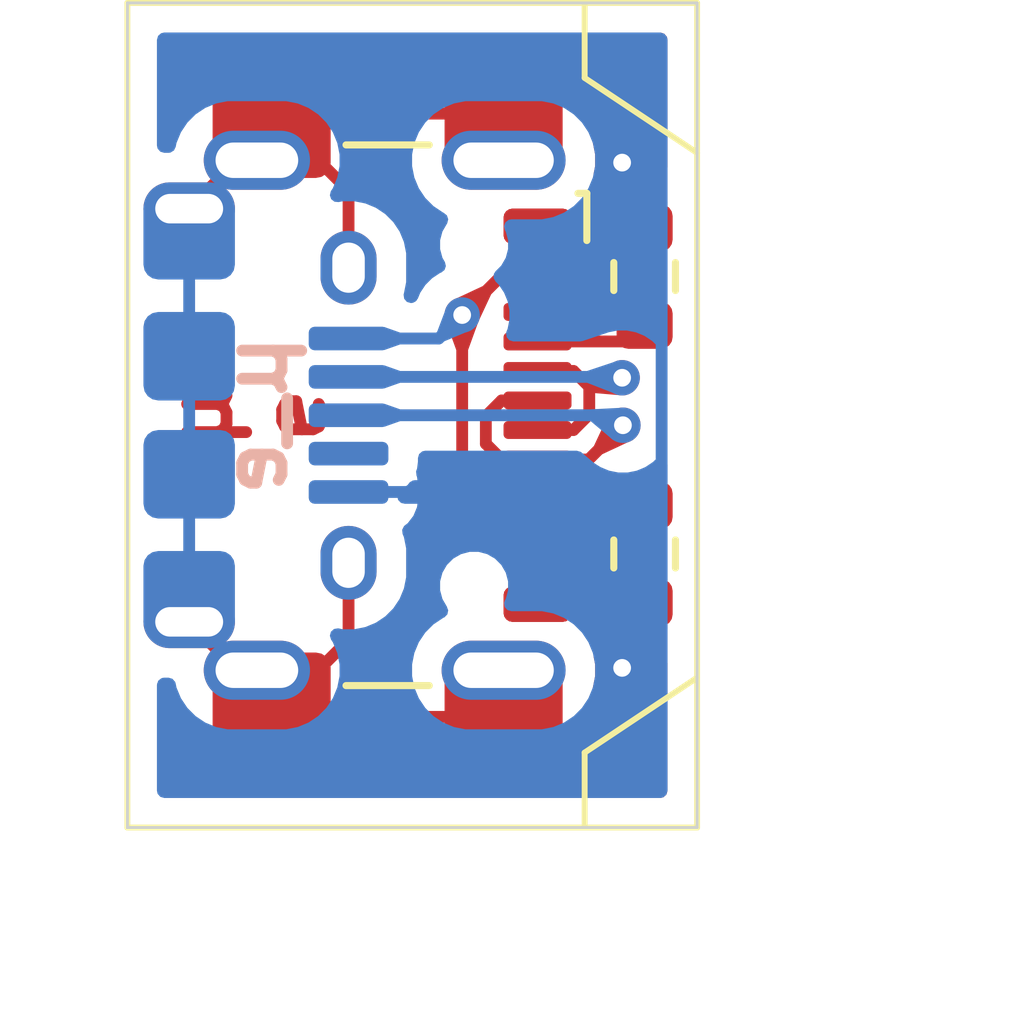
<source format=kicad_pcb>
(kicad_pcb (version 20241229) (generator "pcbnew") (generator_version "9.0")
  (layers (0 "F.Cu" signal) (2 "B.Cu" signal) (13 "F.Paste" user) (15 "B.Paste" user) (5 "F.SilkS" user "F.Silkscreen") (7 "B.SilkS" user "B.Silkscreen") (1 "F.Mask" user) (3 "B.Mask" user) (25 "Edge.Cuts" user))
  (net 0 "")
  (net 1 "/D+")
  (net 2 "/VBUS")
  (net 3 "GND")
  (net 4 "/D-")
  (net 6 "/Shield")
  (net 8 "/CC1")
  (net 9 "/CC2")
  (footprint "Resistor_SMD:R_0603_1608Metric" (layer "F.Cu") (at 96.266 53.15 -90)
    (property "Reference" "R2" (hide yes))
    (property "Value" "5K1")
    (fp_line (start -0.237258 0.5225) (end 0.237258 0.5225) (stroke (width 0.12)) (layer "F.SilkS"))
    (fp_line (start -0.237258 -0.5225) (end 0.237258 -0.5225) (stroke (width 0.12)) (layer "F.SilkS"))
    (pad "1" smd roundrect (at -0.825 0 270) (size 0.8 0.95) (layers "F.Cu" "F.Mask" "F.Paste") (net 9 "/CC2"))
    (pad "2" smd roundrect (at 0.825 0 270) (size 0.8 0.95) (layers "F.Cu" "F.Mask" "F.Paste") (net 3 "GND"))
  )
  (footprint "Resistor_SMD:R_0603_1608Metric" (layer "F.Cu") (at 96.266 48.45 90)
    (property "Reference" "R1" (hide yes))
    (property "Value" "5K1")
    (fp_line (start -0.237258 -0.5225) (end 0.237258 -0.5225) (stroke (width 0.12)) (layer "F.SilkS"))
    (fp_line (start -0.237258 0.5225) (end 0.237258 0.5225) (stroke (width 0.12)) (layer "F.SilkS"))
    (pad "1" smd roundrect (at -0.825 0 90) (size 0.8 0.95) (layers "F.Cu" "F.Mask" "F.Paste") (net 8 "/CC1"))
    (pad "2" smd roundrect (at 0.825 0 90) (size 0.8 0.95) (layers "F.Cu" "F.Mask" "F.Paste") (net 3 "GND"))
  )
  (footprint "Connector_USB:USB_C_Receptacle_GCT_USB4105-xx-A_16P_TopMnt_Horizontal" (layer "F.Cu") (at 90.772 50.8 -90)
    (property "Reference" "J3" (hide yes))
    (property "Value" "USB_C_Receptacle_USB2.0_16P" (hide yes))
    (pad "" np_thru_hole circle (at -2.89 -2.605 270) (size 0.65 0.65) (drill 0.65) (layers "*.Cu" "*.Mask"))
    (pad "" np_thru_hole circle (at 2.89 -2.605 270) (size 0.65 0.65) (drill 0.65) (layers "*.Cu" "*.Mask"))
    (pad "A1" smd roundrect (at -3.2 -3.68 270) (size 0.6 1.15) (layers "F.Cu" "F.Mask" "F.Paste") (net 3 "GND"))
    (pad "A4" smd roundrect (at -2.4 -3.68 270) (size 0.6 1.15) (layers "F.Cu" "F.Mask" "F.Paste") (net 2 "/VBUS"))
    (pad "A5" smd roundrect (at -1.25 -3.68 270) (size 0.3 1.15) (layers "F.Cu" "F.Mask" "F.Paste") (net 8 "/CC1"))
    (pad "A6" smd roundrect (at -0.25 -3.68 270) (size 0.3 1.15) (layers "F.Cu" "F.Mask" "F.Paste") (net 1 "/D+"))
    (pad "A7" smd roundrect (at 0.25 -3.68 270) (size 0.3 1.15) (layers "F.Cu" "F.Mask" "F.Paste") (net 4 "/D-"))
    (pad "A8" smd roundrect (at 1.25 -3.68 270) (size 0.3 1.15) (layers "F.Cu" "F.Mask" "F.Paste"))
    (pad "A9" smd roundrect (at 2.4 -3.68 270) (size 0.6 1.15) (layers "F.Cu" "F.Mask" "F.Paste") (net 2 "/VBUS"))
    (pad "A12" smd roundrect (at 3.2 -3.68 270) (size 0.6 1.15) (layers "F.Cu" "F.Mask" "F.Paste") (net 3 "GND"))
    (pad "B1" smd roundrect (at 3.2 -3.68 270) (size 0.6 1.15) (layers "F.Cu" "F.Mask" "F.Paste") (net 3 "GND"))
    (pad "B4" smd roundrect (at 2.4 -3.68 270) (size 0.6 1.15) (layers "F.Cu" "F.Mask" "F.Paste") (net 2 "/VBUS"))
    (pad "B5" smd roundrect (at 1.75 -3.68 270) (size 0.3 1.15) (layers "F.Cu" "F.Mask" "F.Paste") (net 9 "/CC2"))
    (pad "B6" smd roundrect (at 0.75 -3.68 270) (size 0.3 1.15) (layers "F.Cu" "F.Mask" "F.Paste") (net 1 "/D+"))
    (pad "B7" smd roundrect (at -0.75 -3.68 270) (size 0.3 1.15) (layers "F.Cu" "F.Mask" "F.Paste") (net 4 "/D-"))
    (pad "B8" smd roundrect (at -1.75 -3.68 270) (size 0.3 1.15) (layers "F.Cu" "F.Mask" "F.Paste"))
    (pad "B9" smd roundrect (at -2.4 -3.68 270) (size 0.6 1.15) (layers "F.Cu" "F.Mask" "F.Paste") (net 2 "/VBUS"))
    (pad "B12" smd roundrect (at -3.2 -3.68 270) (size 0.6 1.15) (layers "F.Cu" "F.Mask" "F.Paste") (net 3 "GND"))
    (pad "S1" thru_hole oval (at -4.32 -3.105 270) (size 1 2.1) (drill oval 0.6 1.7) (property pad_prop_heatsink) (layers "*.Cu" "*.Mask" "F.Paste") (net 6 "/Shield"))
    (pad "S1" thru_hole oval (at -4.32 1.075 270) (size 1 1.8) (drill oval 0.6 1.4) (property pad_prop_heatsink) (layers "*.Cu" "*.Mask" "F.Paste") (net 6 "/Shield"))
    (pad "S1" thru_hole oval (at 4.32 -3.105 270) (size 1 2.1) (drill oval 0.6 1.7) (property pad_prop_heatsink) (layers "*.Cu" "*.Mask" "F.Paste") (net 6 "/Shield"))
    (pad "S1" thru_hole oval (at 4.32 1.075 270) (size 1 1.8) (drill oval 0.6 1.4) (property pad_prop_heatsink) (layers "*.Cu" "*.Mask" "F.Paste") (net 6 "/Shield"))
  )
  (footprint "Connector_USB:USB_C_Receptacle_GCT_USB4110" (layer "F.Cu") (at 90.772 50.8 -90)
    (property "Reference" "J1" (hide yes))
    (property "Value" "USB_C_Receptacle_USB2.0_16P" (hide yes))
    (fp_line (start -4.58 -0.435) (end -4.58 -1.845) (stroke (width 0.12)) (layer "F.SilkS"))
    (fp_line (start 4.58 -0.435) (end 4.58 -1.845) (stroke (width 0.12)) (layer "F.SilkS"))
    (fp_line (start -3.76 -4.515) (end -3.76 -4.365) (stroke (width 0.12)) (layer "F.SilkS"))
    (fp_line (start -2.96 -4.515) (end -3.76 -4.515) (stroke (width 0.12)) (layer "F.SilkS"))
    (pad "" np_thru_hole circle (at -2.89 -2.605 270) (size 0.65 0.65) (drill 0.65) (layers "*.Cu" "*.Mask"))
    (pad "" np_thru_hole circle (at 2.89 -2.605 270) (size 0.65 0.65) (drill 0.65) (layers "*.Cu" "*.Mask"))
    (pad "A1" smd roundrect (at -3.2 -3.68 270) (size 0.6 1.15) (layers "F.Cu" "F.Mask" "F.Paste") (net 3 "GND"))
    (pad "A4" smd roundrect (at -2.4 -3.68 270) (size 0.6 1.15) (layers "F.Cu" "F.Mask" "F.Paste") (net 2 "/VBUS"))
    (pad "A5" smd roundrect (at -1.25 -3.68 270) (size 0.3 1.15) (layers "F.Cu" "F.Mask" "F.Paste") (net 8 "/CC1"))
    (pad "A6" smd roundrect (at -0.25 -3.68 270) (size 0.3 1.15) (layers "F.Cu" "F.Mask" "F.Paste") (net 1 "/D+"))
    (pad "A7" smd roundrect (at 0.25 -3.68 270) (size 0.3 1.15) (layers "F.Cu" "F.Mask" "F.Paste") (net 4 "/D-"))
    (pad "A8" smd roundrect (at 1.25 -3.68 270) (size 0.3 1.15) (layers "F.Cu" "F.Mask" "F.Paste"))
    (pad "A9" smd roundrect (at 2.4 -3.68 270) (size 0.6 1.15) (layers "F.Cu" "F.Mask" "F.Paste") (net 2 "/VBUS"))
    (pad "A12" smd roundrect (at 3.2 -3.68 270) (size 0.6 1.15) (layers "F.Cu" "F.Mask" "F.Paste") (net 3 "GND"))
    (pad "B1" smd roundrect (at 3.2 -3.68 270) (size 0.6 1.15) (layers "F.Cu" "F.Mask" "F.Paste") (net 3 "GND"))
    (pad "B4" smd roundrect (at 2.4 -3.68 270) (size 0.6 1.15) (layers "F.Cu" "F.Mask" "F.Paste") (net 2 "/VBUS"))
    (pad "B5" smd roundrect (at 1.75 -3.68 270) (size 0.3 1.15) (layers "F.Cu" "F.Mask" "F.Paste") (net 9 "/CC2"))
    (pad "B6" smd roundrect (at 0.75 -3.68 270) (size 0.3 1.15) (layers "F.Cu" "F.Mask" "F.Paste") (net 1 "/D+"))
    (pad "B7" smd roundrect (at -0.75 -3.68 270) (size 0.3 1.15) (layers "F.Cu" "F.Mask" "F.Paste") (net 4 "/D-"))
    (pad "B8" smd roundrect (at -1.75 -3.68 270) (size 0.3 1.15) (layers "F.Cu" "F.Mask" "F.Paste"))
    (pad "B9" smd roundrect (at -2.4 -3.68 270) (size 0.6 1.15) (layers "F.Cu" "F.Mask" "F.Paste") (net 2 "/VBUS"))
    (pad "B12" smd roundrect (at -3.2 -3.68 270) (size 0.6 1.15) (layers "F.Cu" "F.Mask" "F.Paste") (net 3 "GND"))
    (pad "S1" smd roundrect (at -5.11 -3.105 270) (size 2.18 2) (layers "F.Cu" "F.Mask" "F.Paste") (roundrect_rratio 0.125) (net 6 "/Shield"))
    (pad "S1" smd roundrect (at -5.11 0.825 270) (size 2.18 2) (layers "F.Cu" "F.Mask" "F.Paste") (roundrect_rratio 0.125) (net 6 "/Shield"))
    (pad "S1" smd roundrect (at 5.11 -3.105 270) (size 2.18 2) (layers "F.Cu" "F.Mask" "F.Paste") (roundrect_rratio 0.125) (net 6 "/Shield"))
    (pad "S1" smd roundrect (at 5.11 0.825 270) (size 2.18 2) (layers "F.Cu" "F.Mask" "F.Paste") (roundrect_rratio 0.125) (net 6 "/Shield"))
  )
  (footprint "Connector_USB:USB_Micro-B_Amphenol_10118194-0001LF_Horizontal" (layer "B.Cu") (at 89.85 50.8 90)
    (property "Reference" "J2" (hide yes))
    (property "Value" "USB_B_Micro" (hide yes))
    (pad "1" smd roundrect (at 1.3 1.4 270) (size 0.4 1.35) (layers "B.Cu" "B.Mask" "B.Paste") (net 2 "/VBUS"))
    (pad "2" smd roundrect (at 0.65 1.4 270) (size 0.4 1.35) (layers "B.Cu" "B.Mask" "B.Paste") (net 4 "/D-"))
    (pad "3" smd roundrect (at 0 1.4 270) (size 0.4 1.35) (layers "B.Cu" "B.Mask" "B.Paste") (net 1 "/D+"))
    (pad "4" smd roundrect (at -0.65 1.4 270) (size 0.4 1.35) (layers "B.Cu" "B.Mask" "B.Paste"))
    (pad "5" smd roundrect (at -1.3 1.4 270) (size 0.4 1.35) (layers "B.Cu" "B.Mask" "B.Paste") (net 3 "GND"))
    (pad "6" thru_hole oval (at -3.5 -1.3 90) (size 0.89 1.55) (drill oval 0.5 1.15) (property pad_prop_heatsink) (layers "*.Cu" "*.Mask") (net 6 "/Shield"))
    (pad "6" smd roundrect (at -3.025 -1.3 90) (size 1.45 1.55) (layers "B.Cu" "B.Mask" "B.Paste") (roundrect_rratio 0.1724137931) (net 6 "/Shield"))
    (pad "6" thru_hole oval (at -2.5 1.4 90) (size 1.25 0.95) (drill oval 0.85 0.55) (property pad_prop_heatsink) (layers "*.Cu" "*.Mask") (net 6 "/Shield"))
    (pad "6" smd roundrect (at -1 -1.3 90) (size 1.5 1.55) (layers "B.Cu" "B.Mask" "B.Paste") (roundrect_rratio 0.1666666667) (net 6 "/Shield"))
    (pad "6" smd roundrect (at 1 -1.3 90) (size 1.5 1.55) (layers "B.Cu" "B.Mask" "B.Paste") (roundrect_rratio 0.1666666667) (net 6 "/Shield"))
    (pad "6" thru_hole oval (at 2.5 1.4 90) (size 1.25 0.95) (drill oval 0.85 0.55) (property pad_prop_heatsink) (layers "*.Cu" "*.Mask") (net 6 "/Shield"))
    (pad "6" smd roundrect (at 3.025 -1.3 90) (size 1.45 1.55) (layers "B.Cu" "B.Mask" "B.Paste") (roundrect_rratio 0.1724137931) (net 6 "/Shield"))
    (pad "6" thru_hole oval (at 3.5 -1.3 90) (size 0.89 1.55) (drill oval 0.5 1.15) (property pad_prop_heatsink) (layers "*.Cu" "*.Mask") (net 6 "/Shield"))
  )
  (gr_line (start 97.155 43.815) (end 87.503 43.815) (stroke (width 0.1)) (layer "F.SilkS"))
  (gr_line (start 95.25 56.515) (end 97.155 55.245) (stroke (width 0.1)) (layer "F.SilkS"))
  (gr_line (start 97.155 43.815) (end 97.155 57.785) (stroke (width 0.1)) (layer "F.SilkS"))
  (gr_line (start 95.25 43.815) (end 95.25 45.085) (stroke (width 0.1)) (layer "F.SilkS"))
  (gr_line (start 95.25 45.085) (end 97.155 46.355) (stroke (width 0.1)) (layer "F.SilkS"))
  (gr_line (start 95.25 57.785) (end 95.25 56.515) (stroke (width 0.1)) (layer "F.SilkS"))
  (gr_line (start 87.503 57.785) (end 97.155 57.785) (stroke (width 0.1)) (layer "F.SilkS"))
  (gr_line (start 87.503 43.815) (end 87.503 57.785) (stroke (width 0.1)) (layer "F.SilkS"))
  (gr_line (start 87.503 57.785) (end 97.155 57.785) (stroke (width 0.05)) (layer "Edge.Cuts"))
  (gr_line (start 97.155 57.785) (end 97.155 43.815) (stroke (width 0.05)) (layer "Edge.Cuts"))
  (gr_line (start 97.155 43.815) (end 87.503 43.815) (stroke (width 0.05)) (layer "Edge.Cuts"))
  (gr_line (start 87.503 43.815) (end 87.503 57.785) (stroke (width 0.05)) (layer "Edge.Cuts"))
  (gr_text "µ\ne" (at 89.535 50.8 90) (layer "F.Cu") (effects (font (size 1 1) (thickness 0.2) (bold yes))))
  (gr_text "µ_e" (at 89.662 50.8 90) (layer "B.SilkS") (effects (font (size 1 1) (thickness 0.2) (bold yes)) (justify mirror)))
  (segment (start 94.452 51.55) (end 95.317617 51.55) (width 0.2) (layer "F.Cu") (net 1))
  (segment (start 93.576 51.282824) (end 93.576 50.817176) (width 0.2) (layer "F.Cu") (net 1))
  (segment (start 93.843176 50.55) (end 94.452 50.55) (width 0.2) (layer "F.Cu") (net 1))
  (segment (start 93.843176 51.55) (end 93.576 51.282824) (width 0.2) (layer "F.Cu") (net 1))
  (segment (start 93.576 50.817176) (end 93.843176 50.55) (width 0.2) (layer "F.Cu") (net 1))
  (segment (start 94.452 51.55) (end 93.843176 51.55) (width 0.2) (layer "F.Cu") (net 1))
  (segment (start 95.317617 51.55) (end 95.898273 50.969344) (width 0.2) (layer "F.Cu") (net 1))
  (via (at 95.898273 50.969344) (size 0.6) (drill 0.3) (layers "F.Cu" "B.Cu") (net 1))
  (segment (start 95.728929 50.8) (end 91.25 50.8) (width 0.2) (layer "B.Cu") (net 1))
  (segment (start 95.898273 50.969344) (end 95.728929 50.8) (width 0.2) (layer "B.Cu") (net 1))
  (segment (start 93.993176 53.2) (end 94.452 53.2) (width 0.2) (layer "F.Cu") (net 2))
  (segment (start 93.175 49.102001) (end 93.175 52.381824) (width 0.2) (layer "F.Cu") (net 2))
  (segment (start 93.175 52.381824) (end 93.993176 53.2) (width 0.2) (layer "F.Cu") (net 2))
  (segment (start 94.452 48.4) (end 93.877001 48.4) (width 0.2) (layer "F.Cu") (net 2))
  (segment (start 93.877001 48.4) (end 93.175 49.102001) (width 0.2) (layer "F.Cu") (net 2))
  (via (at 93.175 49.102001) (size 0.6) (drill 0.3) (layers "F.Cu" "B.Cu") (net 2))
  (segment (start 92.777001 49.5) (end 93.175 49.102001) (width 0.2) (layer "B.Cu") (net 2))
  (segment (start 91.25 49.5) (end 92.777001 49.5) (width 0.2) (layer "B.Cu") (net 2))
  (segment (start 96.241 47.6) (end 96.266 47.625) (width 0.2) (layer "F.Cu") (net 3))
  (segment (start 96.266 46.901003) (end 95.885 46.520003) (width 0.2) (layer "F.Cu") (net 3))
  (segment (start 96.266 53.975) (end 96.266 54.699) (width 0.2) (layer "F.Cu") (net 3))
  (segment (start 94.452 54) (end 96.241 54) (width 0.2) (layer "F.Cu") (net 3))
  (segment (start 96.266 54.699) (end 95.885 55.08) (width 0.2) (layer "F.Cu") (net 3))
  (segment (start 94.452 47.6) (end 96.241 47.6) (width 0.2) (layer "F.Cu") (net 3))
  (segment (start 96.266 47.625) (end 96.266 46.901003) (width 0.2) (layer "F.Cu") (net 3))
  (segment (start 96.241 54) (end 96.266 53.975) (width 0.2) (layer "F.Cu") (net 3))
  (via (at 95.885 46.520003) (size 0.6) (drill 0.3) (layers "F.Cu" "B.Cu") (net 3))
  (via (at 95.885 55.08) (size 0.6) (drill 0.3) (layers "F.Cu" "B.Cu") (net 3))
  (segment (start 96.554 47.189003) (end 95.885 46.520003) (width 0.2) (layer "B.Cu") (net 3))
  (segment (start 91.25 52.1) (end 96.524 52.1) (width 0.2) (layer "B.Cu") (net 3))
  (segment (start 95.885 55.08) (end 96.554 54.411) (width 0.2) (layer "B.Cu") (net 3))
  (segment (start 96.554 52.07) (end 96.554 47.189003) (width 0.2) (layer "B.Cu") (net 3))
  (segment (start 96.554 54.411) (end 96.554 52.07) (width 0.2) (layer "B.Cu") (net 3))
  (segment (start 96.524 52.1) (end 96.554 52.07) (width 0.2) (layer "B.Cu") (net 3))
  (segment (start 94.452 50.05) (end 95.060824 50.05) (width 0.2) (layer "F.Cu") (net 4))
  (segment (start 95.060824 51.05) (end 94.452 51.05) (width 0.2) (layer "F.Cu") (net 4))
  (segment (start 95.060824 50.05) (end 95.328 50.317176) (width 0.2) (layer "F.Cu") (net 4))
  (segment (start 95.732824 50.317176) (end 95.885 50.165) (width 0.2) (layer "F.Cu") (net 4))
  (segment (start 95.328 50.317176) (end 95.732824 50.317176) (width 0.2) (layer "F.Cu") (net 4))
  (segment (start 95.328 50.317176) (end 95.328 50.782824) (width 0.2) (layer "F.Cu") (net 4))
  (segment (start 95.328 50.782824) (end 95.060824 51.05) (width 0.2) (layer "F.Cu") (net 4))
  (via (at 95.885 50.165) (size 0.6) (drill 0.3) (layers "F.Cu" "B.Cu") (net 4))
  (segment (start 95.87 50.15) (end 91.25 50.15) (width 0.2) (layer "B.Cu") (net 4))
  (segment (start 95.885 50.165) (end 95.87 50.15) (width 0.2) (layer "B.Cu") (net 4))
  (segment (start 91.25 48.3) (end 91.25 46.993) (width 0.2) (layer "F.Cu") (net 6))
  (segment (start 89.947 55.91) (end 89.947 55.697) (width 0.2) (layer "F.Cu") (net 6))
  (segment (start 93.877 55.91) (end 89.947 55.91) (width 0.2) (layer "F.Cu") (net 6))
  (segment (start 89.947 45.903) (end 88.55 47.3) (width 0.2) (layer "F.Cu") (net 6))
  (segment (start 91.25 46.993) (end 89.947 45.69) (width 0.2) (layer "F.Cu") (net 6))
  (segment (start 91.25 53.3) (end 91.25 54.607) (width 0.2) (layer "F.Cu") (net 6))
  (segment (start 91.25 54.607) (end 89.947 55.91) (width 0.2) (layer "F.Cu") (net 6))
  (segment (start 89.947 45.69) (end 89.947 45.903) (width 0.2) (layer "F.Cu") (net 6))
  (segment (start 93.877 45.69) (end 89.947 45.69) (width 0.2) (layer "F.Cu") (net 6))
  (segment (start 89.947 55.697) (end 88.55 54.3) (width 0.2) (layer "F.Cu") (net 6))
  (segment (start 88.55 47.775) (end 88.55 54.3) (width 0.2) (layer "B.Cu") (net 6))
  (segment (start 95.991 49.55) (end 96.266 49.275) (width 0.2) (layer "F.Cu") (net 8))
  (segment (start 94.452 49.55) (end 95.991 49.55) (width 0.2) (layer "F.Cu") (net 8))
  (segment (start 94.452 52.55) (end 96.041 52.55) (width 0.2) (layer "F.Cu") (net 9))
  (segment (start 96.041 52.55) (end 96.266 52.325) (width 0.2) (layer "F.Cu") (net 9))
  (zone (net 3) (net_name "GND") (layers "F.Cu" "B.Cu") (connect_pads (clearance 0.5)) (min_thickness 0.25) (fill yes (thermal_gap 0.5) (thermal_bridge_width 0.5))
    (polygon (pts (xy 97.155 43.815) (xy 97.155 57.785) (xy 86.995 57.785) (xy 86.995 43.815)))
  )
)
</source>
